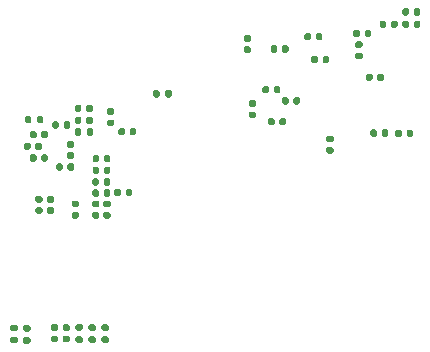
<source format=gbr>
%TF.GenerationSoftware,KiCad,Pcbnew,5.1.10*%
%TF.CreationDate,2021-05-13T15:13:00-07:00*%
%TF.ProjectId,hardware,68617264-7761-4726-952e-6b696361645f,rev?*%
%TF.SameCoordinates,Original*%
%TF.FileFunction,Paste,Bot*%
%TF.FilePolarity,Positive*%
%FSLAX46Y46*%
G04 Gerber Fmt 4.6, Leading zero omitted, Abs format (unit mm)*
G04 Created by KiCad (PCBNEW 5.1.10) date 2021-05-13 15:13:00*
%MOMM*%
%LPD*%
G01*
G04 APERTURE LIST*
G04 APERTURE END LIST*
%TO.C,C32*%
G36*
G01*
X134958000Y-106791100D02*
X135298000Y-106791100D01*
G75*
G02*
X135438000Y-106931100I0J-140000D01*
G01*
X135438000Y-107211100D01*
G75*
G02*
X135298000Y-107351100I-140000J0D01*
G01*
X134958000Y-107351100D01*
G75*
G02*
X134818000Y-107211100I0J140000D01*
G01*
X134818000Y-106931100D01*
G75*
G02*
X134958000Y-106791100I140000J0D01*
G01*
G37*
G36*
G01*
X134958000Y-105831100D02*
X135298000Y-105831100D01*
G75*
G02*
X135438000Y-105971100I0J-140000D01*
G01*
X135438000Y-106251100D01*
G75*
G02*
X135298000Y-106391100I-140000J0D01*
G01*
X134958000Y-106391100D01*
G75*
G02*
X134818000Y-106251100I0J140000D01*
G01*
X134818000Y-105971100D01*
G75*
G02*
X134958000Y-105831100I140000J0D01*
G01*
G37*
%TD*%
%TO.C,C99*%
G36*
G01*
X109782000Y-106560800D02*
X109782000Y-106900800D01*
G75*
G02*
X109642000Y-107040800I-140000J0D01*
G01*
X109362000Y-107040800D01*
G75*
G02*
X109222000Y-106900800I0J140000D01*
G01*
X109222000Y-106560800D01*
G75*
G02*
X109362000Y-106420800I140000J0D01*
G01*
X109642000Y-106420800D01*
G75*
G02*
X109782000Y-106560800I0J-140000D01*
G01*
G37*
G36*
G01*
X110742000Y-106560800D02*
X110742000Y-106900800D01*
G75*
G02*
X110602000Y-107040800I-140000J0D01*
G01*
X110322000Y-107040800D01*
G75*
G02*
X110182000Y-106900800I0J140000D01*
G01*
X110182000Y-106560800D01*
G75*
G02*
X110322000Y-106420800I140000J0D01*
G01*
X110602000Y-106420800D01*
G75*
G02*
X110742000Y-106560800I0J-140000D01*
G01*
G37*
%TD*%
%TO.C,C94*%
G36*
G01*
X112633940Y-122762620D02*
X112973940Y-122762620D01*
G75*
G02*
X113113940Y-122902620I0J-140000D01*
G01*
X113113940Y-123182620D01*
G75*
G02*
X112973940Y-123322620I-140000J0D01*
G01*
X112633940Y-123322620D01*
G75*
G02*
X112493940Y-123182620I0J140000D01*
G01*
X112493940Y-122902620D01*
G75*
G02*
X112633940Y-122762620I140000J0D01*
G01*
G37*
G36*
G01*
X112633940Y-121802620D02*
X112973940Y-121802620D01*
G75*
G02*
X113113940Y-121942620I0J-140000D01*
G01*
X113113940Y-122222620D01*
G75*
G02*
X112973940Y-122362620I-140000J0D01*
G01*
X112633940Y-122362620D01*
G75*
G02*
X112493940Y-122222620I0J140000D01*
G01*
X112493940Y-121942620D01*
G75*
G02*
X112633940Y-121802620I140000J0D01*
G01*
G37*
%TD*%
%TO.C,C93*%
G36*
G01*
X111638260Y-122762620D02*
X111978260Y-122762620D01*
G75*
G02*
X112118260Y-122902620I0J-140000D01*
G01*
X112118260Y-123182620D01*
G75*
G02*
X111978260Y-123322620I-140000J0D01*
G01*
X111638260Y-123322620D01*
G75*
G02*
X111498260Y-123182620I0J140000D01*
G01*
X111498260Y-122902620D01*
G75*
G02*
X111638260Y-122762620I140000J0D01*
G01*
G37*
G36*
G01*
X111638260Y-121802620D02*
X111978260Y-121802620D01*
G75*
G02*
X112118260Y-121942620I0J-140000D01*
G01*
X112118260Y-122222620D01*
G75*
G02*
X111978260Y-122362620I-140000J0D01*
G01*
X111638260Y-122362620D01*
G75*
G02*
X111498260Y-122222620I0J140000D01*
G01*
X111498260Y-121942620D01*
G75*
G02*
X111638260Y-121802620I140000J0D01*
G01*
G37*
%TD*%
%TO.C,C92*%
G36*
G01*
X128300300Y-97879500D02*
X127960300Y-97879500D01*
G75*
G02*
X127820300Y-97739500I0J140000D01*
G01*
X127820300Y-97459500D01*
G75*
G02*
X127960300Y-97319500I140000J0D01*
G01*
X128300300Y-97319500D01*
G75*
G02*
X128440300Y-97459500I0J-140000D01*
G01*
X128440300Y-97739500D01*
G75*
G02*
X128300300Y-97879500I-140000J0D01*
G01*
G37*
G36*
G01*
X128300300Y-98839500D02*
X127960300Y-98839500D01*
G75*
G02*
X127820300Y-98699500I0J140000D01*
G01*
X127820300Y-98419500D01*
G75*
G02*
X127960300Y-98279500I140000J0D01*
G01*
X128300300Y-98279500D01*
G75*
G02*
X128440300Y-98419500I0J-140000D01*
G01*
X128440300Y-98699500D01*
G75*
G02*
X128300300Y-98839500I-140000J0D01*
G01*
G37*
%TD*%
%TO.C,C91*%
G36*
G01*
X139519000Y-105783200D02*
X139519000Y-105443200D01*
G75*
G02*
X139659000Y-105303200I140000J0D01*
G01*
X139939000Y-105303200D01*
G75*
G02*
X140079000Y-105443200I0J-140000D01*
G01*
X140079000Y-105783200D01*
G75*
G02*
X139939000Y-105923200I-140000J0D01*
G01*
X139659000Y-105923200D01*
G75*
G02*
X139519000Y-105783200I0J140000D01*
G01*
G37*
G36*
G01*
X138559000Y-105783200D02*
X138559000Y-105443200D01*
G75*
G02*
X138699000Y-105303200I140000J0D01*
G01*
X138979000Y-105303200D01*
G75*
G02*
X139119000Y-105443200I0J-140000D01*
G01*
X139119000Y-105783200D01*
G75*
G02*
X138979000Y-105923200I-140000J0D01*
G01*
X138699000Y-105923200D01*
G75*
G02*
X138559000Y-105783200I0J140000D01*
G01*
G37*
%TD*%
%TO.C,C90*%
G36*
G01*
X130375000Y-102112900D02*
X130375000Y-101772900D01*
G75*
G02*
X130515000Y-101632900I140000J0D01*
G01*
X130795000Y-101632900D01*
G75*
G02*
X130935000Y-101772900I0J-140000D01*
G01*
X130935000Y-102112900D01*
G75*
G02*
X130795000Y-102252900I-140000J0D01*
G01*
X130515000Y-102252900D01*
G75*
G02*
X130375000Y-102112900I0J140000D01*
G01*
G37*
G36*
G01*
X129415000Y-102112900D02*
X129415000Y-101772900D01*
G75*
G02*
X129555000Y-101632900I140000J0D01*
G01*
X129835000Y-101632900D01*
G75*
G02*
X129975000Y-101772900I0J-140000D01*
G01*
X129975000Y-102112900D01*
G75*
G02*
X129835000Y-102252900I-140000J0D01*
G01*
X129555000Y-102252900D01*
G75*
G02*
X129415000Y-102112900I0J140000D01*
G01*
G37*
%TD*%
%TO.C,C89*%
G36*
G01*
X141611960Y-105798440D02*
X141611960Y-105458440D01*
G75*
G02*
X141751960Y-105318440I140000J0D01*
G01*
X142031960Y-105318440D01*
G75*
G02*
X142171960Y-105458440I0J-140000D01*
G01*
X142171960Y-105798440D01*
G75*
G02*
X142031960Y-105938440I-140000J0D01*
G01*
X141751960Y-105938440D01*
G75*
G02*
X141611960Y-105798440I0J140000D01*
G01*
G37*
G36*
G01*
X140651960Y-105798440D02*
X140651960Y-105458440D01*
G75*
G02*
X140791960Y-105318440I140000J0D01*
G01*
X141071960Y-105318440D01*
G75*
G02*
X141211960Y-105458440I0J-140000D01*
G01*
X141211960Y-105798440D01*
G75*
G02*
X141071960Y-105938440I-140000J0D01*
G01*
X140791960Y-105938440D01*
G75*
G02*
X140651960Y-105798440I0J140000D01*
G01*
G37*
%TD*%
%TO.C,C87*%
G36*
G01*
X128732100Y-103393900D02*
X128392100Y-103393900D01*
G75*
G02*
X128252100Y-103253900I0J140000D01*
G01*
X128252100Y-102973900D01*
G75*
G02*
X128392100Y-102833900I140000J0D01*
G01*
X128732100Y-102833900D01*
G75*
G02*
X128872100Y-102973900I0J-140000D01*
G01*
X128872100Y-103253900D01*
G75*
G02*
X128732100Y-103393900I-140000J0D01*
G01*
G37*
G36*
G01*
X128732100Y-104353900D02*
X128392100Y-104353900D01*
G75*
G02*
X128252100Y-104213900I0J140000D01*
G01*
X128252100Y-103933900D01*
G75*
G02*
X128392100Y-103793900I140000J0D01*
G01*
X128732100Y-103793900D01*
G75*
G02*
X128872100Y-103933900I0J-140000D01*
G01*
X128872100Y-104213900D01*
G75*
G02*
X128732100Y-104353900I-140000J0D01*
G01*
G37*
%TD*%
%TO.C,C86*%
G36*
G01*
X130442360Y-104483080D02*
X130442360Y-104823080D01*
G75*
G02*
X130302360Y-104963080I-140000J0D01*
G01*
X130022360Y-104963080D01*
G75*
G02*
X129882360Y-104823080I0J140000D01*
G01*
X129882360Y-104483080D01*
G75*
G02*
X130022360Y-104343080I140000J0D01*
G01*
X130302360Y-104343080D01*
G75*
G02*
X130442360Y-104483080I0J-140000D01*
G01*
G37*
G36*
G01*
X131402360Y-104483080D02*
X131402360Y-104823080D01*
G75*
G02*
X131262360Y-104963080I-140000J0D01*
G01*
X130982360Y-104963080D01*
G75*
G02*
X130842360Y-104823080I0J140000D01*
G01*
X130842360Y-104483080D01*
G75*
G02*
X130982360Y-104343080I140000J0D01*
G01*
X131262360Y-104343080D01*
G75*
G02*
X131402360Y-104483080I0J-140000D01*
G01*
G37*
%TD*%
%TO.C,C85*%
G36*
G01*
X131626000Y-102712700D02*
X131626000Y-103052700D01*
G75*
G02*
X131486000Y-103192700I-140000J0D01*
G01*
X131206000Y-103192700D01*
G75*
G02*
X131066000Y-103052700I0J140000D01*
G01*
X131066000Y-102712700D01*
G75*
G02*
X131206000Y-102572700I140000J0D01*
G01*
X131486000Y-102572700D01*
G75*
G02*
X131626000Y-102712700I0J-140000D01*
G01*
G37*
G36*
G01*
X132586000Y-102712700D02*
X132586000Y-103052700D01*
G75*
G02*
X132446000Y-103192700I-140000J0D01*
G01*
X132166000Y-103192700D01*
G75*
G02*
X132026000Y-103052700I0J140000D01*
G01*
X132026000Y-102712700D01*
G75*
G02*
X132166000Y-102572700I140000J0D01*
G01*
X132446000Y-102572700D01*
G75*
G02*
X132586000Y-102712700I0J-140000D01*
G01*
G37*
%TD*%
%TO.C,C82*%
G36*
G01*
X139138000Y-101058800D02*
X139138000Y-100718800D01*
G75*
G02*
X139278000Y-100578800I140000J0D01*
G01*
X139558000Y-100578800D01*
G75*
G02*
X139698000Y-100718800I0J-140000D01*
G01*
X139698000Y-101058800D01*
G75*
G02*
X139558000Y-101198800I-140000J0D01*
G01*
X139278000Y-101198800D01*
G75*
G02*
X139138000Y-101058800I0J140000D01*
G01*
G37*
G36*
G01*
X138178000Y-101058800D02*
X138178000Y-100718800D01*
G75*
G02*
X138318000Y-100578800I140000J0D01*
G01*
X138598000Y-100578800D01*
G75*
G02*
X138738000Y-100718800I0J-140000D01*
G01*
X138738000Y-101058800D01*
G75*
G02*
X138598000Y-101198800I-140000J0D01*
G01*
X138318000Y-101198800D01*
G75*
G02*
X138178000Y-101058800I0J140000D01*
G01*
G37*
%TD*%
%TO.C,C80*%
G36*
G01*
X133531000Y-97277100D02*
X133531000Y-97617100D01*
G75*
G02*
X133391000Y-97757100I-140000J0D01*
G01*
X133111000Y-97757100D01*
G75*
G02*
X132971000Y-97617100I0J140000D01*
G01*
X132971000Y-97277100D01*
G75*
G02*
X133111000Y-97137100I140000J0D01*
G01*
X133391000Y-97137100D01*
G75*
G02*
X133531000Y-97277100I0J-140000D01*
G01*
G37*
G36*
G01*
X134491000Y-97277100D02*
X134491000Y-97617100D01*
G75*
G02*
X134351000Y-97757100I-140000J0D01*
G01*
X134071000Y-97757100D01*
G75*
G02*
X133931000Y-97617100I0J140000D01*
G01*
X133931000Y-97277100D01*
G75*
G02*
X134071000Y-97137100I140000J0D01*
G01*
X134351000Y-97137100D01*
G75*
G02*
X134491000Y-97277100I0J-140000D01*
G01*
G37*
%TD*%
%TO.C,C79*%
G36*
G01*
X134102500Y-99232900D02*
X134102500Y-99572900D01*
G75*
G02*
X133962500Y-99712900I-140000J0D01*
G01*
X133682500Y-99712900D01*
G75*
G02*
X133542500Y-99572900I0J140000D01*
G01*
X133542500Y-99232900D01*
G75*
G02*
X133682500Y-99092900I140000J0D01*
G01*
X133962500Y-99092900D01*
G75*
G02*
X134102500Y-99232900I0J-140000D01*
G01*
G37*
G36*
G01*
X135062500Y-99232900D02*
X135062500Y-99572900D01*
G75*
G02*
X134922500Y-99712900I-140000J0D01*
G01*
X134642500Y-99712900D01*
G75*
G02*
X134502500Y-99572900I0J140000D01*
G01*
X134502500Y-99232900D01*
G75*
G02*
X134642500Y-99092900I140000J0D01*
G01*
X134922500Y-99092900D01*
G75*
G02*
X135062500Y-99232900I0J-140000D01*
G01*
G37*
%TD*%
%TO.C,C78*%
G36*
G01*
X142224100Y-95521600D02*
X142224100Y-95181600D01*
G75*
G02*
X142364100Y-95041600I140000J0D01*
G01*
X142644100Y-95041600D01*
G75*
G02*
X142784100Y-95181600I0J-140000D01*
G01*
X142784100Y-95521600D01*
G75*
G02*
X142644100Y-95661600I-140000J0D01*
G01*
X142364100Y-95661600D01*
G75*
G02*
X142224100Y-95521600I0J140000D01*
G01*
G37*
G36*
G01*
X141264100Y-95521600D02*
X141264100Y-95181600D01*
G75*
G02*
X141404100Y-95041600I140000J0D01*
G01*
X141684100Y-95041600D01*
G75*
G02*
X141824100Y-95181600I0J-140000D01*
G01*
X141824100Y-95521600D01*
G75*
G02*
X141684100Y-95661600I-140000J0D01*
G01*
X141404100Y-95661600D01*
G75*
G02*
X141264100Y-95521600I0J140000D01*
G01*
G37*
%TD*%
%TO.C,C77*%
G36*
G01*
X138071200Y-97350400D02*
X138071200Y-97010400D01*
G75*
G02*
X138211200Y-96870400I140000J0D01*
G01*
X138491200Y-96870400D01*
G75*
G02*
X138631200Y-97010400I0J-140000D01*
G01*
X138631200Y-97350400D01*
G75*
G02*
X138491200Y-97490400I-140000J0D01*
G01*
X138211200Y-97490400D01*
G75*
G02*
X138071200Y-97350400I0J140000D01*
G01*
G37*
G36*
G01*
X137111200Y-97350400D02*
X137111200Y-97010400D01*
G75*
G02*
X137251200Y-96870400I140000J0D01*
G01*
X137531200Y-96870400D01*
G75*
G02*
X137671200Y-97010400I0J-140000D01*
G01*
X137671200Y-97350400D01*
G75*
G02*
X137531200Y-97490400I-140000J0D01*
G01*
X137251200Y-97490400D01*
G75*
G02*
X137111200Y-97350400I0J140000D01*
G01*
G37*
%TD*%
%TO.C,C76*%
G36*
G01*
X140293700Y-96575700D02*
X140293700Y-96235700D01*
G75*
G02*
X140433700Y-96095700I140000J0D01*
G01*
X140713700Y-96095700D01*
G75*
G02*
X140853700Y-96235700I0J-140000D01*
G01*
X140853700Y-96575700D01*
G75*
G02*
X140713700Y-96715700I-140000J0D01*
G01*
X140433700Y-96715700D01*
G75*
G02*
X140293700Y-96575700I0J140000D01*
G01*
G37*
G36*
G01*
X139333700Y-96575700D02*
X139333700Y-96235700D01*
G75*
G02*
X139473700Y-96095700I140000J0D01*
G01*
X139753700Y-96095700D01*
G75*
G02*
X139893700Y-96235700I0J-140000D01*
G01*
X139893700Y-96575700D01*
G75*
G02*
X139753700Y-96715700I-140000J0D01*
G01*
X139473700Y-96715700D01*
G75*
G02*
X139333700Y-96575700I0J140000D01*
G01*
G37*
%TD*%
%TO.C,C75*%
G36*
G01*
X142224100Y-96575700D02*
X142224100Y-96235700D01*
G75*
G02*
X142364100Y-96095700I140000J0D01*
G01*
X142644100Y-96095700D01*
G75*
G02*
X142784100Y-96235700I0J-140000D01*
G01*
X142784100Y-96575700D01*
G75*
G02*
X142644100Y-96715700I-140000J0D01*
G01*
X142364100Y-96715700D01*
G75*
G02*
X142224100Y-96575700I0J140000D01*
G01*
G37*
G36*
G01*
X141264100Y-96575700D02*
X141264100Y-96235700D01*
G75*
G02*
X141404100Y-96095700I140000J0D01*
G01*
X141684100Y-96095700D01*
G75*
G02*
X141824100Y-96235700I0J-140000D01*
G01*
X141824100Y-96575700D01*
G75*
G02*
X141684100Y-96715700I-140000J0D01*
G01*
X141404100Y-96715700D01*
G75*
G02*
X141264100Y-96575700I0J140000D01*
G01*
G37*
%TD*%
%TO.C,C74*%
G36*
G01*
X130660800Y-98331200D02*
X130660800Y-98671200D01*
G75*
G02*
X130520800Y-98811200I-140000J0D01*
G01*
X130240800Y-98811200D01*
G75*
G02*
X130100800Y-98671200I0J140000D01*
G01*
X130100800Y-98331200D01*
G75*
G02*
X130240800Y-98191200I140000J0D01*
G01*
X130520800Y-98191200D01*
G75*
G02*
X130660800Y-98331200I0J-140000D01*
G01*
G37*
G36*
G01*
X131620800Y-98331200D02*
X131620800Y-98671200D01*
G75*
G02*
X131480800Y-98811200I-140000J0D01*
G01*
X131200800Y-98811200D01*
G75*
G02*
X131060800Y-98671200I0J140000D01*
G01*
X131060800Y-98331200D01*
G75*
G02*
X131200800Y-98191200I140000J0D01*
G01*
X131480800Y-98191200D01*
G75*
G02*
X131620800Y-98331200I0J-140000D01*
G01*
G37*
%TD*%
%TO.C,C70*%
G36*
G01*
X110660000Y-111496500D02*
X110320000Y-111496500D01*
G75*
G02*
X110180000Y-111356500I0J140000D01*
G01*
X110180000Y-111076500D01*
G75*
G02*
X110320000Y-110936500I140000J0D01*
G01*
X110660000Y-110936500D01*
G75*
G02*
X110800000Y-111076500I0J-140000D01*
G01*
X110800000Y-111356500D01*
G75*
G02*
X110660000Y-111496500I-140000J0D01*
G01*
G37*
G36*
G01*
X110660000Y-112456500D02*
X110320000Y-112456500D01*
G75*
G02*
X110180000Y-112316500I0J140000D01*
G01*
X110180000Y-112036500D01*
G75*
G02*
X110320000Y-111896500I140000J0D01*
G01*
X110660000Y-111896500D01*
G75*
G02*
X110800000Y-112036500I0J-140000D01*
G01*
X110800000Y-112316500D01*
G75*
G02*
X110660000Y-112456500I-140000J0D01*
G01*
G37*
%TD*%
%TO.C,C69*%
G36*
G01*
X110290000Y-105570200D02*
X110290000Y-105910200D01*
G75*
G02*
X110150000Y-106050200I-140000J0D01*
G01*
X109870000Y-106050200D01*
G75*
G02*
X109730000Y-105910200I0J140000D01*
G01*
X109730000Y-105570200D01*
G75*
G02*
X109870000Y-105430200I140000J0D01*
G01*
X110150000Y-105430200D01*
G75*
G02*
X110290000Y-105570200I0J-140000D01*
G01*
G37*
G36*
G01*
X111250000Y-105570200D02*
X111250000Y-105910200D01*
G75*
G02*
X111110000Y-106050200I-140000J0D01*
G01*
X110830000Y-106050200D01*
G75*
G02*
X110690000Y-105910200I0J140000D01*
G01*
X110690000Y-105570200D01*
G75*
G02*
X110830000Y-105430200I140000J0D01*
G01*
X111110000Y-105430200D01*
G75*
G02*
X111250000Y-105570200I0J-140000D01*
G01*
G37*
%TD*%
%TO.C,C68*%
G36*
G01*
X111637900Y-111496500D02*
X111297900Y-111496500D01*
G75*
G02*
X111157900Y-111356500I0J140000D01*
G01*
X111157900Y-111076500D01*
G75*
G02*
X111297900Y-110936500I140000J0D01*
G01*
X111637900Y-110936500D01*
G75*
G02*
X111777900Y-111076500I0J-140000D01*
G01*
X111777900Y-111356500D01*
G75*
G02*
X111637900Y-111496500I-140000J0D01*
G01*
G37*
G36*
G01*
X111637900Y-112456500D02*
X111297900Y-112456500D01*
G75*
G02*
X111157900Y-112316500I0J140000D01*
G01*
X111157900Y-112036500D01*
G75*
G02*
X111297900Y-111896500I140000J0D01*
G01*
X111637900Y-111896500D01*
G75*
G02*
X111777900Y-112036500I0J-140000D01*
G01*
X111777900Y-112316500D01*
G75*
G02*
X111637900Y-112456500I-140000J0D01*
G01*
G37*
%TD*%
%TO.C,C67*%
G36*
G01*
X115585900Y-107614900D02*
X115585900Y-107954900D01*
G75*
G02*
X115445900Y-108094900I-140000J0D01*
G01*
X115165900Y-108094900D01*
G75*
G02*
X115025900Y-107954900I0J140000D01*
G01*
X115025900Y-107614900D01*
G75*
G02*
X115165900Y-107474900I140000J0D01*
G01*
X115445900Y-107474900D01*
G75*
G02*
X115585900Y-107614900I0J-140000D01*
G01*
G37*
G36*
G01*
X116545900Y-107614900D02*
X116545900Y-107954900D01*
G75*
G02*
X116405900Y-108094900I-140000J0D01*
G01*
X116125900Y-108094900D01*
G75*
G02*
X115985900Y-107954900I0J140000D01*
G01*
X115985900Y-107614900D01*
G75*
G02*
X116125900Y-107474900I140000J0D01*
G01*
X116405900Y-107474900D01*
G75*
G02*
X116545900Y-107614900I0J-140000D01*
G01*
G37*
%TD*%
%TO.C,C66*%
G36*
G01*
X110290000Y-107551400D02*
X110290000Y-107891400D01*
G75*
G02*
X110150000Y-108031400I-140000J0D01*
G01*
X109870000Y-108031400D01*
G75*
G02*
X109730000Y-107891400I0J140000D01*
G01*
X109730000Y-107551400D01*
G75*
G02*
X109870000Y-107411400I140000J0D01*
G01*
X110150000Y-107411400D01*
G75*
G02*
X110290000Y-107551400I0J-140000D01*
G01*
G37*
G36*
G01*
X111250000Y-107551400D02*
X111250000Y-107891400D01*
G75*
G02*
X111110000Y-108031400I-140000J0D01*
G01*
X110830000Y-108031400D01*
G75*
G02*
X110690000Y-107891400I0J140000D01*
G01*
X110690000Y-107551400D01*
G75*
G02*
X110830000Y-107411400I140000J0D01*
G01*
X111110000Y-107411400D01*
G75*
G02*
X111250000Y-107551400I0J-140000D01*
G01*
G37*
%TD*%
%TO.C,C65*%
G36*
G01*
X114087300Y-104363700D02*
X114087300Y-104703700D01*
G75*
G02*
X113947300Y-104843700I-140000J0D01*
G01*
X113667300Y-104843700D01*
G75*
G02*
X113527300Y-104703700I0J140000D01*
G01*
X113527300Y-104363700D01*
G75*
G02*
X113667300Y-104223700I140000J0D01*
G01*
X113947300Y-104223700D01*
G75*
G02*
X114087300Y-104363700I0J-140000D01*
G01*
G37*
G36*
G01*
X115047300Y-104363700D02*
X115047300Y-104703700D01*
G75*
G02*
X114907300Y-104843700I-140000J0D01*
G01*
X114627300Y-104843700D01*
G75*
G02*
X114487300Y-104703700I0J140000D01*
G01*
X114487300Y-104363700D01*
G75*
G02*
X114627300Y-104223700I140000J0D01*
G01*
X114907300Y-104223700D01*
G75*
G02*
X115047300Y-104363700I0J-140000D01*
G01*
G37*
%TD*%
%TO.C,C64*%
G36*
G01*
X116730600Y-104067000D02*
X116390600Y-104067000D01*
G75*
G02*
X116250600Y-103927000I0J140000D01*
G01*
X116250600Y-103647000D01*
G75*
G02*
X116390600Y-103507000I140000J0D01*
G01*
X116730600Y-103507000D01*
G75*
G02*
X116870600Y-103647000I0J-140000D01*
G01*
X116870600Y-103927000D01*
G75*
G02*
X116730600Y-104067000I-140000J0D01*
G01*
G37*
G36*
G01*
X116730600Y-105027000D02*
X116390600Y-105027000D01*
G75*
G02*
X116250600Y-104887000I0J140000D01*
G01*
X116250600Y-104607000D01*
G75*
G02*
X116390600Y-104467000I140000J0D01*
G01*
X116730600Y-104467000D01*
G75*
G02*
X116870600Y-104607000I0J-140000D01*
G01*
X116870600Y-104887000D01*
G75*
G02*
X116730600Y-105027000I-140000J0D01*
G01*
G37*
%TD*%
%TO.C,C59*%
G36*
G01*
X112582300Y-105097400D02*
X112582300Y-104757400D01*
G75*
G02*
X112722300Y-104617400I140000J0D01*
G01*
X113002300Y-104617400D01*
G75*
G02*
X113142300Y-104757400I0J-140000D01*
G01*
X113142300Y-105097400D01*
G75*
G02*
X113002300Y-105237400I-140000J0D01*
G01*
X112722300Y-105237400D01*
G75*
G02*
X112582300Y-105097400I0J140000D01*
G01*
G37*
G36*
G01*
X111622300Y-105097400D02*
X111622300Y-104757400D01*
G75*
G02*
X111762300Y-104617400I140000J0D01*
G01*
X112042300Y-104617400D01*
G75*
G02*
X112182300Y-104757400I0J-140000D01*
G01*
X112182300Y-105097400D01*
G75*
G02*
X112042300Y-105237400I-140000J0D01*
G01*
X111762300Y-105237400D01*
G75*
G02*
X111622300Y-105097400I0J140000D01*
G01*
G37*
%TD*%
%TO.C,C56*%
G36*
G01*
X113746100Y-111887600D02*
X113406100Y-111887600D01*
G75*
G02*
X113266100Y-111747600I0J140000D01*
G01*
X113266100Y-111467600D01*
G75*
G02*
X113406100Y-111327600I140000J0D01*
G01*
X113746100Y-111327600D01*
G75*
G02*
X113886100Y-111467600I0J-140000D01*
G01*
X113886100Y-111747600D01*
G75*
G02*
X113746100Y-111887600I-140000J0D01*
G01*
G37*
G36*
G01*
X113746100Y-112847600D02*
X113406100Y-112847600D01*
G75*
G02*
X113266100Y-112707600I0J140000D01*
G01*
X113266100Y-112427600D01*
G75*
G02*
X113406100Y-112287600I140000J0D01*
G01*
X113746100Y-112287600D01*
G75*
G02*
X113886100Y-112427600I0J-140000D01*
G01*
X113886100Y-112707600D01*
G75*
G02*
X113746100Y-112847600I-140000J0D01*
G01*
G37*
%TD*%
%TO.C,C55*%
G36*
G01*
X114087300Y-103347700D02*
X114087300Y-103687700D01*
G75*
G02*
X113947300Y-103827700I-140000J0D01*
G01*
X113667300Y-103827700D01*
G75*
G02*
X113527300Y-103687700I0J140000D01*
G01*
X113527300Y-103347700D01*
G75*
G02*
X113667300Y-103207700I140000J0D01*
G01*
X113947300Y-103207700D01*
G75*
G02*
X114087300Y-103347700I0J-140000D01*
G01*
G37*
G36*
G01*
X115047300Y-103347700D02*
X115047300Y-103687700D01*
G75*
G02*
X114907300Y-103827700I-140000J0D01*
G01*
X114627300Y-103827700D01*
G75*
G02*
X114487300Y-103687700I0J140000D01*
G01*
X114487300Y-103347700D01*
G75*
G02*
X114627300Y-103207700I140000J0D01*
G01*
X114907300Y-103207700D01*
G75*
G02*
X115047300Y-103347700I0J-140000D01*
G01*
G37*
%TD*%
%TO.C,C54*%
G36*
G01*
X115573200Y-109583400D02*
X115573200Y-109923400D01*
G75*
G02*
X115433200Y-110063400I-140000J0D01*
G01*
X115153200Y-110063400D01*
G75*
G02*
X115013200Y-109923400I0J140000D01*
G01*
X115013200Y-109583400D01*
G75*
G02*
X115153200Y-109443400I140000J0D01*
G01*
X115433200Y-109443400D01*
G75*
G02*
X115573200Y-109583400I0J-140000D01*
G01*
G37*
G36*
G01*
X116533200Y-109583400D02*
X116533200Y-109923400D01*
G75*
G02*
X116393200Y-110063400I-140000J0D01*
G01*
X116113200Y-110063400D01*
G75*
G02*
X115973200Y-109923400I0J140000D01*
G01*
X115973200Y-109583400D01*
G75*
G02*
X116113200Y-109443400I140000J0D01*
G01*
X116393200Y-109443400D01*
G75*
G02*
X116533200Y-109583400I0J-140000D01*
G01*
G37*
%TD*%
%TO.C,C53*%
G36*
G01*
X112899800Y-108653400D02*
X112899800Y-108313400D01*
G75*
G02*
X113039800Y-108173400I140000J0D01*
G01*
X113319800Y-108173400D01*
G75*
G02*
X113459800Y-108313400I0J-140000D01*
G01*
X113459800Y-108653400D01*
G75*
G02*
X113319800Y-108793400I-140000J0D01*
G01*
X113039800Y-108793400D01*
G75*
G02*
X112899800Y-108653400I0J140000D01*
G01*
G37*
G36*
G01*
X111939800Y-108653400D02*
X111939800Y-108313400D01*
G75*
G02*
X112079800Y-108173400I140000J0D01*
G01*
X112359800Y-108173400D01*
G75*
G02*
X112499800Y-108313400I0J-140000D01*
G01*
X112499800Y-108653400D01*
G75*
G02*
X112359800Y-108793400I-140000J0D01*
G01*
X112079800Y-108793400D01*
G75*
G02*
X111939800Y-108653400I0J140000D01*
G01*
G37*
%TD*%
%TO.C,C48*%
G36*
G01*
X117437560Y-110467320D02*
X117437560Y-110807320D01*
G75*
G02*
X117297560Y-110947320I-140000J0D01*
G01*
X117017560Y-110947320D01*
G75*
G02*
X116877560Y-110807320I0J140000D01*
G01*
X116877560Y-110467320D01*
G75*
G02*
X117017560Y-110327320I140000J0D01*
G01*
X117297560Y-110327320D01*
G75*
G02*
X117437560Y-110467320I0J-140000D01*
G01*
G37*
G36*
G01*
X118397560Y-110467320D02*
X118397560Y-110807320D01*
G75*
G02*
X118257560Y-110947320I-140000J0D01*
G01*
X117977560Y-110947320D01*
G75*
G02*
X117837560Y-110807320I0J140000D01*
G01*
X117837560Y-110467320D01*
G75*
G02*
X117977560Y-110327320I140000J0D01*
G01*
X118257560Y-110327320D01*
G75*
G02*
X118397560Y-110467320I0J-140000D01*
G01*
G37*
%TD*%
%TO.C,C43*%
G36*
G01*
X115473300Y-111895280D02*
X115133300Y-111895280D01*
G75*
G02*
X114993300Y-111755280I0J140000D01*
G01*
X114993300Y-111475280D01*
G75*
G02*
X115133300Y-111335280I140000J0D01*
G01*
X115473300Y-111335280D01*
G75*
G02*
X115613300Y-111475280I0J-140000D01*
G01*
X115613300Y-111755280D01*
G75*
G02*
X115473300Y-111895280I-140000J0D01*
G01*
G37*
G36*
G01*
X115473300Y-112855280D02*
X115133300Y-112855280D01*
G75*
G02*
X114993300Y-112715280I0J140000D01*
G01*
X114993300Y-112435280D01*
G75*
G02*
X115133300Y-112295280I140000J0D01*
G01*
X115473300Y-112295280D01*
G75*
G02*
X115613300Y-112435280I0J-140000D01*
G01*
X115613300Y-112715280D01*
G75*
G02*
X115473300Y-112855280I-140000J0D01*
G01*
G37*
%TD*%
%TO.C,C42*%
G36*
G01*
X115585900Y-108605500D02*
X115585900Y-108945500D01*
G75*
G02*
X115445900Y-109085500I-140000J0D01*
G01*
X115165900Y-109085500D01*
G75*
G02*
X115025900Y-108945500I0J140000D01*
G01*
X115025900Y-108605500D01*
G75*
G02*
X115165900Y-108465500I140000J0D01*
G01*
X115445900Y-108465500D01*
G75*
G02*
X115585900Y-108605500I0J-140000D01*
G01*
G37*
G36*
G01*
X116545900Y-108605500D02*
X116545900Y-108945500D01*
G75*
G02*
X116405900Y-109085500I-140000J0D01*
G01*
X116125900Y-109085500D01*
G75*
G02*
X115985900Y-108945500I0J140000D01*
G01*
X115985900Y-108605500D01*
G75*
G02*
X116125900Y-108465500I140000J0D01*
G01*
X116405900Y-108465500D01*
G75*
G02*
X116545900Y-108605500I0J-140000D01*
G01*
G37*
%TD*%
%TO.C,C40*%
G36*
G01*
X116418180Y-111895280D02*
X116078180Y-111895280D01*
G75*
G02*
X115938180Y-111755280I0J140000D01*
G01*
X115938180Y-111475280D01*
G75*
G02*
X116078180Y-111335280I140000J0D01*
G01*
X116418180Y-111335280D01*
G75*
G02*
X116558180Y-111475280I0J-140000D01*
G01*
X116558180Y-111755280D01*
G75*
G02*
X116418180Y-111895280I-140000J0D01*
G01*
G37*
G36*
G01*
X116418180Y-112855280D02*
X116078180Y-112855280D01*
G75*
G02*
X115938180Y-112715280I0J140000D01*
G01*
X115938180Y-112435280D01*
G75*
G02*
X116078180Y-112295280I140000J0D01*
G01*
X116418180Y-112295280D01*
G75*
G02*
X116558180Y-112435280I0J-140000D01*
G01*
X116558180Y-112715280D01*
G75*
G02*
X116418180Y-112855280I-140000J0D01*
G01*
G37*
%TD*%
%TO.C,C38*%
G36*
G01*
X115573200Y-110523200D02*
X115573200Y-110863200D01*
G75*
G02*
X115433200Y-111003200I-140000J0D01*
G01*
X115153200Y-111003200D01*
G75*
G02*
X115013200Y-110863200I0J140000D01*
G01*
X115013200Y-110523200D01*
G75*
G02*
X115153200Y-110383200I140000J0D01*
G01*
X115433200Y-110383200D01*
G75*
G02*
X115573200Y-110523200I0J-140000D01*
G01*
G37*
G36*
G01*
X116533200Y-110523200D02*
X116533200Y-110863200D01*
G75*
G02*
X116393200Y-111003200I-140000J0D01*
G01*
X116113200Y-111003200D01*
G75*
G02*
X115973200Y-110863200I0J140000D01*
G01*
X115973200Y-110523200D01*
G75*
G02*
X116113200Y-110383200I140000J0D01*
G01*
X116393200Y-110383200D01*
G75*
G02*
X116533200Y-110523200I0J-140000D01*
G01*
G37*
%TD*%
%TO.C,C37*%
G36*
G01*
X118163999Y-105671440D02*
X118163999Y-105331440D01*
G75*
G02*
X118303999Y-105191440I140000J0D01*
G01*
X118583999Y-105191440D01*
G75*
G02*
X118723999Y-105331440I0J-140000D01*
G01*
X118723999Y-105671440D01*
G75*
G02*
X118583999Y-105811440I-140000J0D01*
G01*
X118303999Y-105811440D01*
G75*
G02*
X118163999Y-105671440I0J140000D01*
G01*
G37*
G36*
G01*
X117203999Y-105671440D02*
X117203999Y-105331440D01*
G75*
G02*
X117343999Y-105191440I140000J0D01*
G01*
X117623999Y-105191440D01*
G75*
G02*
X117763999Y-105331440I0J-140000D01*
G01*
X117763999Y-105671440D01*
G75*
G02*
X117623999Y-105811440I-140000J0D01*
G01*
X117343999Y-105811440D01*
G75*
G02*
X117203999Y-105671440I0J140000D01*
G01*
G37*
%TD*%
%TO.C,C31*%
G36*
G01*
X112987000Y-107248300D02*
X113327000Y-107248300D01*
G75*
G02*
X113467000Y-107388300I0J-140000D01*
G01*
X113467000Y-107668300D01*
G75*
G02*
X113327000Y-107808300I-140000J0D01*
G01*
X112987000Y-107808300D01*
G75*
G02*
X112847000Y-107668300I0J140000D01*
G01*
X112847000Y-107388300D01*
G75*
G02*
X112987000Y-107248300I140000J0D01*
G01*
G37*
G36*
G01*
X112987000Y-106288300D02*
X113327000Y-106288300D01*
G75*
G02*
X113467000Y-106428300I0J-140000D01*
G01*
X113467000Y-106708300D01*
G75*
G02*
X113327000Y-106848300I-140000J0D01*
G01*
X112987000Y-106848300D01*
G75*
G02*
X112847000Y-106708300I0J140000D01*
G01*
X112847000Y-106428300D01*
G75*
G02*
X112987000Y-106288300I140000J0D01*
G01*
G37*
%TD*%
%TO.C,C2*%
G36*
G01*
X137409100Y-98815500D02*
X137749100Y-98815500D01*
G75*
G02*
X137889100Y-98955500I0J-140000D01*
G01*
X137889100Y-99235500D01*
G75*
G02*
X137749100Y-99375500I-140000J0D01*
G01*
X137409100Y-99375500D01*
G75*
G02*
X137269100Y-99235500I0J140000D01*
G01*
X137269100Y-98955500D01*
G75*
G02*
X137409100Y-98815500I140000J0D01*
G01*
G37*
G36*
G01*
X137409100Y-97855500D02*
X137749100Y-97855500D01*
G75*
G02*
X137889100Y-97995500I0J-140000D01*
G01*
X137889100Y-98275500D01*
G75*
G02*
X137749100Y-98415500I-140000J0D01*
G01*
X137409100Y-98415500D01*
G75*
G02*
X137269100Y-98275500I0J140000D01*
G01*
X137269100Y-97995500D01*
G75*
G02*
X137409100Y-97855500I140000J0D01*
G01*
G37*
%TD*%
%TO.C,R30*%
G36*
G01*
X109843600Y-104285200D02*
X109843600Y-104655200D01*
G75*
G02*
X109708600Y-104790200I-135000J0D01*
G01*
X109438600Y-104790200D01*
G75*
G02*
X109303600Y-104655200I0J135000D01*
G01*
X109303600Y-104285200D01*
G75*
G02*
X109438600Y-104150200I135000J0D01*
G01*
X109708600Y-104150200D01*
G75*
G02*
X109843600Y-104285200I0J-135000D01*
G01*
G37*
G36*
G01*
X110863600Y-104285200D02*
X110863600Y-104655200D01*
G75*
G02*
X110728600Y-104790200I-135000J0D01*
G01*
X110458600Y-104790200D01*
G75*
G02*
X110323600Y-104655200I0J135000D01*
G01*
X110323600Y-104285200D01*
G75*
G02*
X110458600Y-104150200I135000J0D01*
G01*
X110728600Y-104150200D01*
G75*
G02*
X110863600Y-104285200I0J-135000D01*
G01*
G37*
%TD*%
%TO.C,R26*%
G36*
G01*
X114060000Y-105339300D02*
X114060000Y-105709300D01*
G75*
G02*
X113925000Y-105844300I-135000J0D01*
G01*
X113655000Y-105844300D01*
G75*
G02*
X113520000Y-105709300I0J135000D01*
G01*
X113520000Y-105339300D01*
G75*
G02*
X113655000Y-105204300I135000J0D01*
G01*
X113925000Y-105204300D01*
G75*
G02*
X114060000Y-105339300I0J-135000D01*
G01*
G37*
G36*
G01*
X115080000Y-105339300D02*
X115080000Y-105709300D01*
G75*
G02*
X114945000Y-105844300I-135000J0D01*
G01*
X114675000Y-105844300D01*
G75*
G02*
X114540000Y-105709300I0J135000D01*
G01*
X114540000Y-105339300D01*
G75*
G02*
X114675000Y-105204300I135000J0D01*
G01*
X114945000Y-105204300D01*
G75*
G02*
X115080000Y-105339300I0J-135000D01*
G01*
G37*
%TD*%
%TO.C,R24*%
G36*
G01*
X108566800Y-122403900D02*
X108196800Y-122403900D01*
G75*
G02*
X108061800Y-122268900I0J135000D01*
G01*
X108061800Y-121998900D01*
G75*
G02*
X108196800Y-121863900I135000J0D01*
G01*
X108566800Y-121863900D01*
G75*
G02*
X108701800Y-121998900I0J-135000D01*
G01*
X108701800Y-122268900D01*
G75*
G02*
X108566800Y-122403900I-135000J0D01*
G01*
G37*
G36*
G01*
X108566800Y-123423900D02*
X108196800Y-123423900D01*
G75*
G02*
X108061800Y-123288900I0J135000D01*
G01*
X108061800Y-123018900D01*
G75*
G02*
X108196800Y-122883900I135000J0D01*
G01*
X108566800Y-122883900D01*
G75*
G02*
X108701800Y-123018900I0J-135000D01*
G01*
X108701800Y-123288900D01*
G75*
G02*
X108566800Y-123423900I-135000J0D01*
G01*
G37*
%TD*%
%TO.C,R23*%
G36*
G01*
X109646300Y-122416600D02*
X109276300Y-122416600D01*
G75*
G02*
X109141300Y-122281600I0J135000D01*
G01*
X109141300Y-122011600D01*
G75*
G02*
X109276300Y-121876600I135000J0D01*
G01*
X109646300Y-121876600D01*
G75*
G02*
X109781300Y-122011600I0J-135000D01*
G01*
X109781300Y-122281600D01*
G75*
G02*
X109646300Y-122416600I-135000J0D01*
G01*
G37*
G36*
G01*
X109646300Y-123436600D02*
X109276300Y-123436600D01*
G75*
G02*
X109141300Y-123301600I0J135000D01*
G01*
X109141300Y-123031600D01*
G75*
G02*
X109276300Y-122896600I135000J0D01*
G01*
X109646300Y-122896600D01*
G75*
G02*
X109781300Y-123031600I0J-135000D01*
G01*
X109781300Y-123301600D01*
G75*
G02*
X109646300Y-123436600I-135000J0D01*
G01*
G37*
%TD*%
%TO.C,R22*%
G36*
G01*
X114078600Y-122340400D02*
X113708600Y-122340400D01*
G75*
G02*
X113573600Y-122205400I0J135000D01*
G01*
X113573600Y-121935400D01*
G75*
G02*
X113708600Y-121800400I135000J0D01*
G01*
X114078600Y-121800400D01*
G75*
G02*
X114213600Y-121935400I0J-135000D01*
G01*
X114213600Y-122205400D01*
G75*
G02*
X114078600Y-122340400I-135000J0D01*
G01*
G37*
G36*
G01*
X114078600Y-123360400D02*
X113708600Y-123360400D01*
G75*
G02*
X113573600Y-123225400I0J135000D01*
G01*
X113573600Y-122955400D01*
G75*
G02*
X113708600Y-122820400I135000J0D01*
G01*
X114078600Y-122820400D01*
G75*
G02*
X114213600Y-122955400I0J-135000D01*
G01*
X114213600Y-123225400D01*
G75*
G02*
X114078600Y-123360400I-135000J0D01*
G01*
G37*
%TD*%
%TO.C,R21*%
G36*
G01*
X115183500Y-122353100D02*
X114813500Y-122353100D01*
G75*
G02*
X114678500Y-122218100I0J135000D01*
G01*
X114678500Y-121948100D01*
G75*
G02*
X114813500Y-121813100I135000J0D01*
G01*
X115183500Y-121813100D01*
G75*
G02*
X115318500Y-121948100I0J-135000D01*
G01*
X115318500Y-122218100D01*
G75*
G02*
X115183500Y-122353100I-135000J0D01*
G01*
G37*
G36*
G01*
X115183500Y-123373100D02*
X114813500Y-123373100D01*
G75*
G02*
X114678500Y-123238100I0J135000D01*
G01*
X114678500Y-122968100D01*
G75*
G02*
X114813500Y-122833100I135000J0D01*
G01*
X115183500Y-122833100D01*
G75*
G02*
X115318500Y-122968100I0J-135000D01*
G01*
X115318500Y-123238100D01*
G75*
G02*
X115183500Y-123373100I-135000J0D01*
G01*
G37*
%TD*%
%TO.C,R20*%
G36*
G01*
X116275700Y-122353100D02*
X115905700Y-122353100D01*
G75*
G02*
X115770700Y-122218100I0J135000D01*
G01*
X115770700Y-121948100D01*
G75*
G02*
X115905700Y-121813100I135000J0D01*
G01*
X116275700Y-121813100D01*
G75*
G02*
X116410700Y-121948100I0J-135000D01*
G01*
X116410700Y-122218100D01*
G75*
G02*
X116275700Y-122353100I-135000J0D01*
G01*
G37*
G36*
G01*
X116275700Y-123373100D02*
X115905700Y-123373100D01*
G75*
G02*
X115770700Y-123238100I0J135000D01*
G01*
X115770700Y-122968100D01*
G75*
G02*
X115905700Y-122833100I135000J0D01*
G01*
X116275700Y-122833100D01*
G75*
G02*
X116410700Y-122968100I0J-135000D01*
G01*
X116410700Y-123238100D01*
G75*
G02*
X116275700Y-123373100I-135000J0D01*
G01*
G37*
%TD*%
%TO.C,R6*%
G36*
G01*
X121179560Y-102465720D02*
X121179560Y-102095720D01*
G75*
G02*
X121314560Y-101960720I135000J0D01*
G01*
X121584560Y-101960720D01*
G75*
G02*
X121719560Y-102095720I0J-135000D01*
G01*
X121719560Y-102465720D01*
G75*
G02*
X121584560Y-102600720I-135000J0D01*
G01*
X121314560Y-102600720D01*
G75*
G02*
X121179560Y-102465720I0J135000D01*
G01*
G37*
G36*
G01*
X120159560Y-102465720D02*
X120159560Y-102095720D01*
G75*
G02*
X120294560Y-101960720I135000J0D01*
G01*
X120564560Y-101960720D01*
G75*
G02*
X120699560Y-102095720I0J-135000D01*
G01*
X120699560Y-102465720D01*
G75*
G02*
X120564560Y-102600720I-135000J0D01*
G01*
X120294560Y-102600720D01*
G75*
G02*
X120159560Y-102465720I0J135000D01*
G01*
G37*
%TD*%
M02*

</source>
